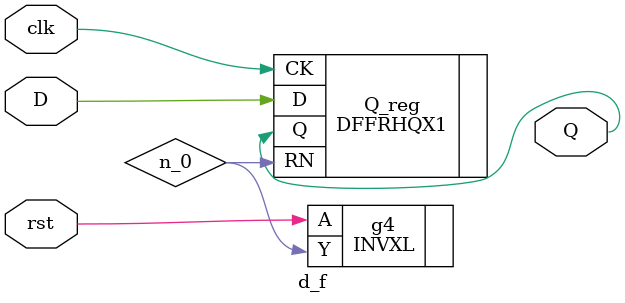
<source format=v>


// Verification Directory fv/d_f 

module d_f(Q, D, clk, rst);
  input D, clk, rst;
  output Q;
  wire D, clk, rst;
  wire Q;
  wire n_0;
  DFFRHQX1 Q_reg(.RN (n_0), .CK (clk), .D (D), .Q (Q));
  INVXL g4(.A (rst), .Y (n_0));
endmodule


</source>
